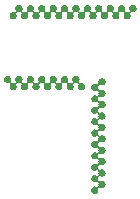
<source format=gbr>
G04 #@! TF.GenerationSoftware,KiCad,Pcbnew,(5.1.0)-1*
G04 #@! TF.CreationDate,2019-09-18T15:22:59-07:00*
G04 #@! TF.ProjectId,FlexPC,466c6578-5043-42e6-9b69-6361645f7063,rev?*
G04 #@! TF.SameCoordinates,Original*
G04 #@! TF.FileFunction,Soldermask,Top*
G04 #@! TF.FilePolarity,Negative*
%FSLAX46Y46*%
G04 Gerber Fmt 4.6, Leading zero omitted, Abs format (unit mm)*
G04 Created by KiCad (PCBNEW (5.1.0)-1) date 2019-09-18 15:22:59*
%MOMM*%
%LPD*%
G04 APERTURE LIST*
%ADD10C,0.100000*%
G04 APERTURE END LIST*
D10*
G36*
X35367804Y-28100380D02*
G01*
X35423310Y-28123371D01*
X35423312Y-28123372D01*
X35448459Y-28140175D01*
X35473265Y-28156750D01*
X35515750Y-28199235D01*
X35549129Y-28249190D01*
X35572120Y-28304696D01*
X35583840Y-28363618D01*
X35583840Y-28423702D01*
X35572120Y-28482624D01*
X35555005Y-28523944D01*
X35549128Y-28538132D01*
X35545951Y-28542886D01*
X35515844Y-28587945D01*
X35515749Y-28588086D01*
X35473266Y-28630569D01*
X35423312Y-28663948D01*
X35423311Y-28663949D01*
X35423310Y-28663949D01*
X35367804Y-28686940D01*
X35308882Y-28698660D01*
X35248798Y-28698660D01*
X35189878Y-28686941D01*
X35136405Y-28664792D01*
X35112956Y-28657680D01*
X35088570Y-28655278D01*
X35064184Y-28657680D01*
X35040735Y-28664794D01*
X35019124Y-28676345D01*
X35000182Y-28691890D01*
X34984637Y-28710832D01*
X34973086Y-28732443D01*
X34965974Y-28755892D01*
X34963572Y-28780278D01*
X34965974Y-28804663D01*
X34974240Y-28846218D01*
X34974240Y-28906300D01*
X34965974Y-28947857D01*
X34963572Y-28972244D01*
X34965974Y-28996630D01*
X34973087Y-29020079D01*
X34984638Y-29041689D01*
X35000184Y-29060631D01*
X35019126Y-29076176D01*
X35040737Y-29087727D01*
X35064185Y-29094840D01*
X35088572Y-29097242D01*
X35112958Y-29094840D01*
X35136406Y-29087727D01*
X35189876Y-29065579D01*
X35248798Y-29053859D01*
X35308882Y-29053859D01*
X35367804Y-29065579D01*
X35423310Y-29088570D01*
X35423312Y-29088571D01*
X35432694Y-29094840D01*
X35473265Y-29121949D01*
X35515750Y-29164434D01*
X35549129Y-29214389D01*
X35572120Y-29269895D01*
X35583840Y-29328817D01*
X35583840Y-29388901D01*
X35572120Y-29447823D01*
X35549129Y-29503329D01*
X35519162Y-29548178D01*
X35515749Y-29553285D01*
X35473266Y-29595768D01*
X35423312Y-29629147D01*
X35423311Y-29629148D01*
X35423310Y-29629148D01*
X35367804Y-29652139D01*
X35308882Y-29663859D01*
X35248798Y-29663859D01*
X35189878Y-29652140D01*
X35136405Y-29629991D01*
X35112956Y-29622879D01*
X35088570Y-29620477D01*
X35064184Y-29622879D01*
X35040735Y-29629993D01*
X35019124Y-29641544D01*
X35000182Y-29657089D01*
X34984637Y-29676031D01*
X34973086Y-29697642D01*
X34965974Y-29721091D01*
X34963572Y-29745477D01*
X34965974Y-29769862D01*
X34974240Y-29811417D01*
X34974240Y-29871499D01*
X34965974Y-29913056D01*
X34963572Y-29937443D01*
X34965974Y-29961829D01*
X34973087Y-29985278D01*
X34984638Y-30006888D01*
X35000184Y-30025830D01*
X35019126Y-30041375D01*
X35040737Y-30052926D01*
X35064185Y-30060039D01*
X35088572Y-30062441D01*
X35112958Y-30060039D01*
X35136406Y-30052926D01*
X35189876Y-30030778D01*
X35248798Y-30019058D01*
X35308882Y-30019058D01*
X35367804Y-30030778D01*
X35423310Y-30053769D01*
X35423312Y-30053770D01*
X35432694Y-30060039D01*
X35473265Y-30087148D01*
X35515750Y-30129633D01*
X35549129Y-30179588D01*
X35572120Y-30235094D01*
X35583840Y-30294016D01*
X35583840Y-30354100D01*
X35572120Y-30413022D01*
X35549129Y-30468528D01*
X35519162Y-30513377D01*
X35515749Y-30518484D01*
X35473266Y-30560967D01*
X35423312Y-30594346D01*
X35423311Y-30594347D01*
X35423310Y-30594347D01*
X35367804Y-30617338D01*
X35308882Y-30629058D01*
X35248798Y-30629058D01*
X35189878Y-30617339D01*
X35136405Y-30595190D01*
X35112956Y-30588078D01*
X35088570Y-30585676D01*
X35064184Y-30588078D01*
X35040735Y-30595192D01*
X35019124Y-30606743D01*
X35000182Y-30622288D01*
X34984637Y-30641230D01*
X34973086Y-30662841D01*
X34965974Y-30686290D01*
X34963572Y-30710676D01*
X34965974Y-30735061D01*
X34974240Y-30776616D01*
X34974240Y-30836698D01*
X34965974Y-30878255D01*
X34963572Y-30902642D01*
X34965974Y-30927028D01*
X34973087Y-30950477D01*
X34984638Y-30972087D01*
X35000184Y-30991029D01*
X35019126Y-31006574D01*
X35040737Y-31018125D01*
X35064185Y-31025238D01*
X35088572Y-31027640D01*
X35112958Y-31025238D01*
X35136406Y-31018125D01*
X35189876Y-30995977D01*
X35248798Y-30984257D01*
X35308882Y-30984257D01*
X35367804Y-30995977D01*
X35423310Y-31018968D01*
X35423312Y-31018969D01*
X35432694Y-31025238D01*
X35473265Y-31052347D01*
X35515750Y-31094832D01*
X35549129Y-31144787D01*
X35572120Y-31200293D01*
X35583840Y-31259215D01*
X35583840Y-31319299D01*
X35572120Y-31378221D01*
X35549129Y-31433727D01*
X35519162Y-31478576D01*
X35515749Y-31483683D01*
X35473266Y-31526166D01*
X35423312Y-31559545D01*
X35423311Y-31559546D01*
X35423310Y-31559546D01*
X35367804Y-31582537D01*
X35308882Y-31594257D01*
X35248798Y-31594257D01*
X35189878Y-31582538D01*
X35136405Y-31560389D01*
X35112956Y-31553277D01*
X35088570Y-31550875D01*
X35064184Y-31553277D01*
X35040735Y-31560391D01*
X35019124Y-31571942D01*
X35000182Y-31587487D01*
X34984637Y-31606429D01*
X34973086Y-31628040D01*
X34965974Y-31651489D01*
X34963572Y-31675875D01*
X34965974Y-31700260D01*
X34974240Y-31741815D01*
X34974240Y-31801897D01*
X34965974Y-31843454D01*
X34963572Y-31867841D01*
X34965974Y-31892227D01*
X34973087Y-31915676D01*
X34984638Y-31937286D01*
X35000184Y-31956228D01*
X35019126Y-31971773D01*
X35040737Y-31983324D01*
X35064185Y-31990437D01*
X35088572Y-31992839D01*
X35112958Y-31990437D01*
X35136406Y-31983324D01*
X35189876Y-31961176D01*
X35248798Y-31949456D01*
X35308882Y-31949456D01*
X35367804Y-31961176D01*
X35423310Y-31984167D01*
X35423312Y-31984168D01*
X35432694Y-31990437D01*
X35473265Y-32017546D01*
X35515750Y-32060031D01*
X35549129Y-32109986D01*
X35572120Y-32165492D01*
X35583840Y-32224414D01*
X35583840Y-32284498D01*
X35572120Y-32343420D01*
X35549129Y-32398926D01*
X35519162Y-32443775D01*
X35515749Y-32448882D01*
X35473266Y-32491365D01*
X35423312Y-32524744D01*
X35423311Y-32524745D01*
X35423310Y-32524745D01*
X35367804Y-32547736D01*
X35308882Y-32559456D01*
X35248798Y-32559456D01*
X35189878Y-32547737D01*
X35136405Y-32525588D01*
X35112956Y-32518476D01*
X35088570Y-32516074D01*
X35064184Y-32518476D01*
X35040735Y-32525590D01*
X35019124Y-32537141D01*
X35000182Y-32552686D01*
X34984637Y-32571628D01*
X34973086Y-32593239D01*
X34965974Y-32616688D01*
X34963572Y-32641074D01*
X34965974Y-32665459D01*
X34974240Y-32707014D01*
X34974240Y-32767096D01*
X34965974Y-32808653D01*
X34963572Y-32833040D01*
X34965974Y-32857426D01*
X34973087Y-32880875D01*
X34984638Y-32902485D01*
X35000184Y-32921427D01*
X35019126Y-32936972D01*
X35040737Y-32948523D01*
X35064185Y-32955636D01*
X35088572Y-32958038D01*
X35112958Y-32955636D01*
X35136406Y-32948523D01*
X35189876Y-32926375D01*
X35248798Y-32914655D01*
X35308882Y-32914655D01*
X35367804Y-32926375D01*
X35423310Y-32949366D01*
X35423312Y-32949367D01*
X35432694Y-32955636D01*
X35473265Y-32982745D01*
X35515750Y-33025230D01*
X35549129Y-33075185D01*
X35572120Y-33130691D01*
X35583840Y-33189613D01*
X35583840Y-33249697D01*
X35572120Y-33308619D01*
X35549129Y-33364125D01*
X35519162Y-33408974D01*
X35515749Y-33414081D01*
X35473266Y-33456564D01*
X35423312Y-33489943D01*
X35423311Y-33489944D01*
X35423310Y-33489944D01*
X35367804Y-33512935D01*
X35308882Y-33524655D01*
X35248798Y-33524655D01*
X35189878Y-33512936D01*
X35136405Y-33490787D01*
X35112956Y-33483675D01*
X35088570Y-33481273D01*
X35064184Y-33483675D01*
X35040735Y-33490789D01*
X35019124Y-33502340D01*
X35000182Y-33517885D01*
X34984637Y-33536827D01*
X34973086Y-33558438D01*
X34965974Y-33581887D01*
X34963572Y-33606273D01*
X34965974Y-33630658D01*
X34974240Y-33672213D01*
X34974240Y-33732295D01*
X34965974Y-33773852D01*
X34963572Y-33798239D01*
X34965974Y-33822625D01*
X34973087Y-33846074D01*
X34984638Y-33867684D01*
X35000184Y-33886626D01*
X35019126Y-33902171D01*
X35040737Y-33913722D01*
X35064185Y-33920835D01*
X35088572Y-33923237D01*
X35112958Y-33920835D01*
X35136406Y-33913722D01*
X35189876Y-33891574D01*
X35248798Y-33879854D01*
X35308882Y-33879854D01*
X35367804Y-33891574D01*
X35423310Y-33914565D01*
X35423312Y-33914566D01*
X35432694Y-33920835D01*
X35473265Y-33947944D01*
X35515750Y-33990429D01*
X35549129Y-34040384D01*
X35572120Y-34095890D01*
X35583840Y-34154812D01*
X35583840Y-34214896D01*
X35572120Y-34273818D01*
X35549129Y-34329324D01*
X35519162Y-34374173D01*
X35515749Y-34379280D01*
X35473266Y-34421763D01*
X35423312Y-34455142D01*
X35423311Y-34455143D01*
X35423310Y-34455143D01*
X35367804Y-34478134D01*
X35308882Y-34489854D01*
X35248798Y-34489854D01*
X35189878Y-34478135D01*
X35136405Y-34455986D01*
X35112956Y-34448874D01*
X35088570Y-34446472D01*
X35064184Y-34448874D01*
X35040735Y-34455988D01*
X35019124Y-34467539D01*
X35000182Y-34483084D01*
X34984637Y-34502026D01*
X34973086Y-34523637D01*
X34965974Y-34547086D01*
X34963572Y-34571472D01*
X34965974Y-34595857D01*
X34974240Y-34637412D01*
X34974240Y-34697494D01*
X34965974Y-34739051D01*
X34963572Y-34763438D01*
X34965974Y-34787824D01*
X34973087Y-34811273D01*
X34984638Y-34832883D01*
X35000184Y-34851825D01*
X35019126Y-34867370D01*
X35040737Y-34878921D01*
X35064185Y-34886034D01*
X35088572Y-34888436D01*
X35112958Y-34886034D01*
X35136406Y-34878921D01*
X35189876Y-34856773D01*
X35248798Y-34845053D01*
X35308882Y-34845053D01*
X35367804Y-34856773D01*
X35423310Y-34879764D01*
X35423312Y-34879765D01*
X35432694Y-34886034D01*
X35473265Y-34913143D01*
X35515750Y-34955628D01*
X35549129Y-35005583D01*
X35572120Y-35061089D01*
X35583840Y-35120011D01*
X35583840Y-35180095D01*
X35572120Y-35239017D01*
X35549129Y-35294523D01*
X35519162Y-35339372D01*
X35515749Y-35344479D01*
X35473266Y-35386962D01*
X35423312Y-35420341D01*
X35423311Y-35420342D01*
X35423310Y-35420342D01*
X35367804Y-35443333D01*
X35308882Y-35455053D01*
X35248798Y-35455053D01*
X35189878Y-35443334D01*
X35136405Y-35421185D01*
X35112956Y-35414073D01*
X35088570Y-35411671D01*
X35064184Y-35414073D01*
X35040735Y-35421187D01*
X35019124Y-35432738D01*
X35000182Y-35448283D01*
X34984637Y-35467225D01*
X34973086Y-35488836D01*
X34965974Y-35512285D01*
X34963572Y-35536671D01*
X34965974Y-35561056D01*
X34974240Y-35602611D01*
X34974240Y-35662693D01*
X34965974Y-35704250D01*
X34963572Y-35728637D01*
X34965974Y-35753023D01*
X34973087Y-35776472D01*
X34984638Y-35798082D01*
X35000184Y-35817024D01*
X35019126Y-35832569D01*
X35040737Y-35844120D01*
X35064185Y-35851233D01*
X35088572Y-35853635D01*
X35112958Y-35851233D01*
X35136406Y-35844120D01*
X35189876Y-35821972D01*
X35248798Y-35810252D01*
X35308882Y-35810252D01*
X35367804Y-35821972D01*
X35423310Y-35844963D01*
X35423312Y-35844964D01*
X35432694Y-35851233D01*
X35473265Y-35878342D01*
X35515750Y-35920827D01*
X35549129Y-35970782D01*
X35572120Y-36026288D01*
X35583840Y-36085210D01*
X35583840Y-36145294D01*
X35572120Y-36204216D01*
X35549129Y-36259722D01*
X35519162Y-36304571D01*
X35515749Y-36309678D01*
X35473266Y-36352161D01*
X35423312Y-36385540D01*
X35423311Y-36385541D01*
X35423310Y-36385541D01*
X35367804Y-36408532D01*
X35308882Y-36420252D01*
X35248798Y-36420252D01*
X35189878Y-36408533D01*
X35136405Y-36386384D01*
X35112956Y-36379272D01*
X35088570Y-36376870D01*
X35064184Y-36379272D01*
X35040735Y-36386386D01*
X35019124Y-36397937D01*
X35000182Y-36413482D01*
X34984637Y-36432424D01*
X34973086Y-36454035D01*
X34965974Y-36477484D01*
X34963572Y-36501870D01*
X34965974Y-36526255D01*
X34974240Y-36567810D01*
X34974240Y-36627892D01*
X34965974Y-36669449D01*
X34963572Y-36693836D01*
X34965974Y-36718222D01*
X34973087Y-36741671D01*
X34984638Y-36763281D01*
X35000184Y-36782223D01*
X35019126Y-36797768D01*
X35040737Y-36809319D01*
X35064185Y-36816432D01*
X35088572Y-36818834D01*
X35112958Y-36816432D01*
X35136406Y-36809319D01*
X35189876Y-36787171D01*
X35248798Y-36775451D01*
X35308882Y-36775451D01*
X35367804Y-36787171D01*
X35423310Y-36810162D01*
X35423312Y-36810163D01*
X35432694Y-36816432D01*
X35473265Y-36843541D01*
X35515750Y-36886026D01*
X35549129Y-36935981D01*
X35572120Y-36991487D01*
X35583840Y-37050409D01*
X35583840Y-37110493D01*
X35572120Y-37169415D01*
X35549129Y-37224921D01*
X35519162Y-37269770D01*
X35515749Y-37274877D01*
X35473266Y-37317360D01*
X35423312Y-37350739D01*
X35423311Y-37350740D01*
X35423310Y-37350740D01*
X35367804Y-37373731D01*
X35308882Y-37385451D01*
X35248798Y-37385451D01*
X35189878Y-37373732D01*
X35136405Y-37351583D01*
X35112956Y-37344471D01*
X35088570Y-37342069D01*
X35064184Y-37344471D01*
X35040735Y-37351585D01*
X35019124Y-37363136D01*
X35000182Y-37378681D01*
X34984637Y-37397623D01*
X34973086Y-37419234D01*
X34965974Y-37442683D01*
X34963572Y-37467069D01*
X34965974Y-37491454D01*
X34974240Y-37533009D01*
X34974240Y-37593092D01*
X34962520Y-37652014D01*
X34939529Y-37707520D01*
X34939528Y-37707522D01*
X34906149Y-37757476D01*
X34863666Y-37799959D01*
X34813712Y-37833338D01*
X34813711Y-37833339D01*
X34813710Y-37833339D01*
X34758204Y-37856330D01*
X34699282Y-37868050D01*
X34639198Y-37868050D01*
X34580276Y-37856330D01*
X34524770Y-37833339D01*
X34524769Y-37833339D01*
X34524768Y-37833338D01*
X34474814Y-37799959D01*
X34432331Y-37757476D01*
X34398952Y-37707522D01*
X34398951Y-37707520D01*
X34375960Y-37652014D01*
X34364240Y-37593092D01*
X34364240Y-37533008D01*
X34375960Y-37474086D01*
X34398951Y-37418580D01*
X34432330Y-37368625D01*
X34474815Y-37326140D01*
X34515388Y-37299030D01*
X34524768Y-37292762D01*
X34524770Y-37292761D01*
X34580276Y-37269770D01*
X34639198Y-37258050D01*
X34699282Y-37258050D01*
X34758202Y-37269769D01*
X34811675Y-37291918D01*
X34835124Y-37299030D01*
X34859510Y-37301432D01*
X34883896Y-37299030D01*
X34907345Y-37291916D01*
X34928956Y-37280365D01*
X34947898Y-37264820D01*
X34963443Y-37245878D01*
X34974994Y-37224267D01*
X34982106Y-37200818D01*
X34984508Y-37176432D01*
X34982106Y-37152047D01*
X34973840Y-37110492D01*
X34973840Y-37050410D01*
X34982106Y-37008853D01*
X34984508Y-36984466D01*
X34982106Y-36960080D01*
X34974993Y-36936631D01*
X34963442Y-36915021D01*
X34947896Y-36896079D01*
X34928954Y-36880534D01*
X34907343Y-36868983D01*
X34883895Y-36861870D01*
X34859508Y-36859468D01*
X34835122Y-36861870D01*
X34811674Y-36868983D01*
X34758204Y-36891131D01*
X34699282Y-36902851D01*
X34639198Y-36902851D01*
X34580276Y-36891131D01*
X34524770Y-36868140D01*
X34524769Y-36868140D01*
X34524768Y-36868139D01*
X34474814Y-36834760D01*
X34432331Y-36792277D01*
X34398952Y-36742323D01*
X34388969Y-36718222D01*
X34375960Y-36686815D01*
X34364240Y-36627893D01*
X34364240Y-36567809D01*
X34375960Y-36508887D01*
X34398951Y-36453381D01*
X34432330Y-36403426D01*
X34474815Y-36360941D01*
X34515388Y-36333831D01*
X34524768Y-36327563D01*
X34524770Y-36327562D01*
X34580276Y-36304571D01*
X34639198Y-36292851D01*
X34699282Y-36292851D01*
X34758202Y-36304570D01*
X34811675Y-36326719D01*
X34835124Y-36333831D01*
X34859510Y-36336233D01*
X34883896Y-36333831D01*
X34907345Y-36326717D01*
X34928956Y-36315166D01*
X34947898Y-36299621D01*
X34963443Y-36280679D01*
X34974994Y-36259068D01*
X34982106Y-36235619D01*
X34984508Y-36211233D01*
X34982106Y-36186848D01*
X34973840Y-36145293D01*
X34973840Y-36085211D01*
X34982106Y-36043654D01*
X34984508Y-36019267D01*
X34982106Y-35994881D01*
X34974993Y-35971432D01*
X34963442Y-35949822D01*
X34947896Y-35930880D01*
X34928954Y-35915335D01*
X34907343Y-35903784D01*
X34883895Y-35896671D01*
X34859508Y-35894269D01*
X34835122Y-35896671D01*
X34811674Y-35903784D01*
X34758204Y-35925932D01*
X34699282Y-35937652D01*
X34639198Y-35937652D01*
X34580276Y-35925932D01*
X34524770Y-35902941D01*
X34524769Y-35902941D01*
X34524768Y-35902940D01*
X34474814Y-35869561D01*
X34432331Y-35827078D01*
X34398952Y-35777124D01*
X34388969Y-35753023D01*
X34375960Y-35721616D01*
X34364240Y-35662694D01*
X34364240Y-35602610D01*
X34375960Y-35543688D01*
X34398951Y-35488182D01*
X34432330Y-35438227D01*
X34474815Y-35395742D01*
X34515388Y-35368632D01*
X34524768Y-35362364D01*
X34524770Y-35362363D01*
X34580276Y-35339372D01*
X34639198Y-35327652D01*
X34699282Y-35327652D01*
X34758202Y-35339371D01*
X34811675Y-35361520D01*
X34835124Y-35368632D01*
X34859510Y-35371034D01*
X34883896Y-35368632D01*
X34907345Y-35361518D01*
X34928956Y-35349967D01*
X34947898Y-35334422D01*
X34963443Y-35315480D01*
X34974994Y-35293869D01*
X34982106Y-35270420D01*
X34984508Y-35246034D01*
X34982106Y-35221649D01*
X34973840Y-35180094D01*
X34973840Y-35120012D01*
X34982106Y-35078455D01*
X34984508Y-35054068D01*
X34982106Y-35029682D01*
X34974993Y-35006233D01*
X34963442Y-34984623D01*
X34947896Y-34965681D01*
X34928954Y-34950136D01*
X34907343Y-34938585D01*
X34883895Y-34931472D01*
X34859508Y-34929070D01*
X34835122Y-34931472D01*
X34811674Y-34938585D01*
X34758204Y-34960733D01*
X34699282Y-34972453D01*
X34639198Y-34972453D01*
X34580276Y-34960733D01*
X34524770Y-34937742D01*
X34524769Y-34937742D01*
X34524768Y-34937741D01*
X34474814Y-34904362D01*
X34432331Y-34861879D01*
X34398952Y-34811925D01*
X34388969Y-34787824D01*
X34375960Y-34756417D01*
X34364240Y-34697495D01*
X34364240Y-34637411D01*
X34375960Y-34578489D01*
X34398951Y-34522983D01*
X34432330Y-34473028D01*
X34474815Y-34430543D01*
X34515388Y-34403433D01*
X34524768Y-34397165D01*
X34524770Y-34397164D01*
X34580276Y-34374173D01*
X34639198Y-34362453D01*
X34699282Y-34362453D01*
X34758202Y-34374172D01*
X34811675Y-34396321D01*
X34835124Y-34403433D01*
X34859510Y-34405835D01*
X34883896Y-34403433D01*
X34907345Y-34396319D01*
X34928956Y-34384768D01*
X34947898Y-34369223D01*
X34963443Y-34350281D01*
X34974994Y-34328670D01*
X34982106Y-34305221D01*
X34984508Y-34280835D01*
X34982106Y-34256450D01*
X34973840Y-34214895D01*
X34973840Y-34154813D01*
X34982106Y-34113256D01*
X34984508Y-34088869D01*
X34982106Y-34064483D01*
X34974993Y-34041034D01*
X34963442Y-34019424D01*
X34947896Y-34000482D01*
X34928954Y-33984937D01*
X34907343Y-33973386D01*
X34883895Y-33966273D01*
X34859508Y-33963871D01*
X34835122Y-33966273D01*
X34811674Y-33973386D01*
X34758204Y-33995534D01*
X34699282Y-34007254D01*
X34639198Y-34007254D01*
X34580276Y-33995534D01*
X34524770Y-33972543D01*
X34524769Y-33972543D01*
X34524768Y-33972542D01*
X34474814Y-33939163D01*
X34432331Y-33896680D01*
X34398952Y-33846726D01*
X34388969Y-33822625D01*
X34375960Y-33791218D01*
X34364240Y-33732296D01*
X34364240Y-33672212D01*
X34375960Y-33613290D01*
X34398951Y-33557784D01*
X34432330Y-33507829D01*
X34474815Y-33465344D01*
X34515388Y-33438234D01*
X34524768Y-33431966D01*
X34524770Y-33431965D01*
X34580276Y-33408974D01*
X34639198Y-33397254D01*
X34699282Y-33397254D01*
X34758202Y-33408973D01*
X34811675Y-33431122D01*
X34835124Y-33438234D01*
X34859510Y-33440636D01*
X34883896Y-33438234D01*
X34907345Y-33431120D01*
X34928956Y-33419569D01*
X34947898Y-33404024D01*
X34963443Y-33385082D01*
X34974994Y-33363471D01*
X34982106Y-33340022D01*
X34984508Y-33315636D01*
X34982106Y-33291251D01*
X34973840Y-33249696D01*
X34973840Y-33189614D01*
X34982106Y-33148057D01*
X34984508Y-33123670D01*
X34982106Y-33099284D01*
X34974993Y-33075835D01*
X34963442Y-33054225D01*
X34947896Y-33035283D01*
X34928954Y-33019738D01*
X34907343Y-33008187D01*
X34883895Y-33001074D01*
X34859508Y-32998672D01*
X34835122Y-33001074D01*
X34811674Y-33008187D01*
X34758204Y-33030335D01*
X34699282Y-33042055D01*
X34639198Y-33042055D01*
X34580276Y-33030335D01*
X34524770Y-33007344D01*
X34524769Y-33007344D01*
X34524768Y-33007343D01*
X34474814Y-32973964D01*
X34432331Y-32931481D01*
X34398952Y-32881527D01*
X34388969Y-32857426D01*
X34375960Y-32826019D01*
X34364240Y-32767097D01*
X34364240Y-32707013D01*
X34375960Y-32648091D01*
X34398951Y-32592585D01*
X34432330Y-32542630D01*
X34474815Y-32500145D01*
X34515388Y-32473035D01*
X34524768Y-32466767D01*
X34524770Y-32466766D01*
X34580276Y-32443775D01*
X34639198Y-32432055D01*
X34699282Y-32432055D01*
X34758202Y-32443774D01*
X34811675Y-32465923D01*
X34835124Y-32473035D01*
X34859510Y-32475437D01*
X34883896Y-32473035D01*
X34907345Y-32465921D01*
X34928956Y-32454370D01*
X34947898Y-32438825D01*
X34963443Y-32419883D01*
X34974994Y-32398272D01*
X34982106Y-32374823D01*
X34984508Y-32350437D01*
X34982106Y-32326052D01*
X34973840Y-32284497D01*
X34973840Y-32224415D01*
X34982106Y-32182858D01*
X34984508Y-32158471D01*
X34982106Y-32134085D01*
X34974993Y-32110636D01*
X34963442Y-32089026D01*
X34947896Y-32070084D01*
X34928954Y-32054539D01*
X34907343Y-32042988D01*
X34883895Y-32035875D01*
X34859508Y-32033473D01*
X34835122Y-32035875D01*
X34811674Y-32042988D01*
X34758204Y-32065136D01*
X34699282Y-32076856D01*
X34639198Y-32076856D01*
X34580276Y-32065136D01*
X34524770Y-32042145D01*
X34524769Y-32042145D01*
X34524768Y-32042144D01*
X34474814Y-32008765D01*
X34432331Y-31966282D01*
X34398952Y-31916328D01*
X34388969Y-31892227D01*
X34375960Y-31860820D01*
X34364240Y-31801898D01*
X34364240Y-31741814D01*
X34375960Y-31682892D01*
X34398951Y-31627386D01*
X34432330Y-31577431D01*
X34474815Y-31534946D01*
X34515388Y-31507836D01*
X34524768Y-31501568D01*
X34524770Y-31501567D01*
X34580276Y-31478576D01*
X34639198Y-31466856D01*
X34699282Y-31466856D01*
X34758202Y-31478575D01*
X34811675Y-31500724D01*
X34835124Y-31507836D01*
X34859510Y-31510238D01*
X34883896Y-31507836D01*
X34907345Y-31500722D01*
X34928956Y-31489171D01*
X34947898Y-31473626D01*
X34963443Y-31454684D01*
X34974994Y-31433073D01*
X34982106Y-31409624D01*
X34984508Y-31385238D01*
X34982106Y-31360853D01*
X34973840Y-31319298D01*
X34973840Y-31259216D01*
X34982106Y-31217659D01*
X34984508Y-31193272D01*
X34982106Y-31168886D01*
X34974993Y-31145437D01*
X34963442Y-31123827D01*
X34947896Y-31104885D01*
X34928954Y-31089340D01*
X34907343Y-31077789D01*
X34883895Y-31070676D01*
X34859508Y-31068274D01*
X34835122Y-31070676D01*
X34811674Y-31077789D01*
X34758204Y-31099937D01*
X34699282Y-31111657D01*
X34639198Y-31111657D01*
X34580276Y-31099937D01*
X34524770Y-31076946D01*
X34524769Y-31076946D01*
X34524768Y-31076945D01*
X34474814Y-31043566D01*
X34432331Y-31001083D01*
X34398952Y-30951129D01*
X34388969Y-30927028D01*
X34375960Y-30895621D01*
X34364240Y-30836699D01*
X34364240Y-30776615D01*
X34375960Y-30717693D01*
X34398951Y-30662187D01*
X34432330Y-30612232D01*
X34474815Y-30569747D01*
X34515388Y-30542637D01*
X34524768Y-30536369D01*
X34524770Y-30536368D01*
X34580276Y-30513377D01*
X34639198Y-30501657D01*
X34699282Y-30501657D01*
X34758202Y-30513376D01*
X34811675Y-30535525D01*
X34835124Y-30542637D01*
X34859510Y-30545039D01*
X34883896Y-30542637D01*
X34907345Y-30535523D01*
X34928956Y-30523972D01*
X34947898Y-30508427D01*
X34963443Y-30489485D01*
X34974994Y-30467874D01*
X34982106Y-30444425D01*
X34984508Y-30420039D01*
X34982106Y-30395654D01*
X34973840Y-30354099D01*
X34973840Y-30294017D01*
X34982106Y-30252460D01*
X34984508Y-30228073D01*
X34982106Y-30203687D01*
X34974993Y-30180238D01*
X34963442Y-30158628D01*
X34947896Y-30139686D01*
X34928954Y-30124141D01*
X34907343Y-30112590D01*
X34883895Y-30105477D01*
X34859508Y-30103075D01*
X34835122Y-30105477D01*
X34811674Y-30112590D01*
X34758204Y-30134738D01*
X34699282Y-30146458D01*
X34639198Y-30146458D01*
X34580276Y-30134738D01*
X34524770Y-30111747D01*
X34524769Y-30111747D01*
X34524768Y-30111746D01*
X34474814Y-30078367D01*
X34432331Y-30035884D01*
X34398952Y-29985930D01*
X34388969Y-29961829D01*
X34375960Y-29930422D01*
X34364240Y-29871500D01*
X34364240Y-29811416D01*
X34375960Y-29752494D01*
X34398951Y-29696988D01*
X34432330Y-29647033D01*
X34474815Y-29604548D01*
X34515388Y-29577438D01*
X34524768Y-29571170D01*
X34524770Y-29571169D01*
X34580276Y-29548178D01*
X34639198Y-29536458D01*
X34699282Y-29536458D01*
X34758202Y-29548177D01*
X34811675Y-29570326D01*
X34835124Y-29577438D01*
X34859510Y-29579840D01*
X34883896Y-29577438D01*
X34907345Y-29570324D01*
X34928956Y-29558773D01*
X34947898Y-29543228D01*
X34963443Y-29524286D01*
X34974994Y-29502675D01*
X34982106Y-29479226D01*
X34984508Y-29454840D01*
X34982106Y-29430455D01*
X34973840Y-29388900D01*
X34973840Y-29328818D01*
X34982106Y-29287261D01*
X34984508Y-29262874D01*
X34982106Y-29238488D01*
X34974993Y-29215039D01*
X34963442Y-29193429D01*
X34947896Y-29174487D01*
X34928954Y-29158942D01*
X34907343Y-29147391D01*
X34883895Y-29140278D01*
X34859508Y-29137876D01*
X34835122Y-29140278D01*
X34811674Y-29147391D01*
X34758204Y-29169539D01*
X34699282Y-29181259D01*
X34639198Y-29181259D01*
X34580276Y-29169539D01*
X34524770Y-29146548D01*
X34524769Y-29146548D01*
X34524768Y-29146547D01*
X34474814Y-29113168D01*
X34432331Y-29070685D01*
X34398952Y-29020731D01*
X34388969Y-28996630D01*
X34375960Y-28965223D01*
X34364240Y-28906301D01*
X34364240Y-28846217D01*
X34375960Y-28787295D01*
X34398951Y-28731789D01*
X34432330Y-28681834D01*
X34474815Y-28639349D01*
X34511793Y-28614641D01*
X34524768Y-28605971D01*
X34524770Y-28605970D01*
X34580276Y-28582979D01*
X34639198Y-28571259D01*
X34699282Y-28571259D01*
X34758202Y-28582978D01*
X34811675Y-28605127D01*
X34835124Y-28612239D01*
X34859510Y-28614641D01*
X34883896Y-28612239D01*
X34907345Y-28605125D01*
X34928956Y-28593574D01*
X34947898Y-28578029D01*
X34963443Y-28559087D01*
X34974994Y-28537476D01*
X34982106Y-28514027D01*
X34984508Y-28489641D01*
X34982106Y-28465256D01*
X34973840Y-28423701D01*
X34973840Y-28363618D01*
X34985560Y-28304696D01*
X35008551Y-28249190D01*
X35041930Y-28199235D01*
X35084415Y-28156750D01*
X35109221Y-28140175D01*
X35134368Y-28123372D01*
X35134370Y-28123371D01*
X35189876Y-28100380D01*
X35248798Y-28088660D01*
X35308882Y-28088660D01*
X35367804Y-28100380D01*
X35367804Y-28100380D01*
G37*
G36*
X27369344Y-27899720D02*
G01*
X27424850Y-27922711D01*
X27424852Y-27922712D01*
X27449999Y-27939515D01*
X27474805Y-27956090D01*
X27517290Y-27998575D01*
X27550669Y-28048530D01*
X27573660Y-28104036D01*
X27585380Y-28162958D01*
X27585380Y-28223042D01*
X27573661Y-28281962D01*
X27551512Y-28335435D01*
X27544400Y-28358884D01*
X27541998Y-28383270D01*
X27544400Y-28407656D01*
X27551514Y-28431105D01*
X27563065Y-28452716D01*
X27578610Y-28471658D01*
X27597552Y-28487203D01*
X27619163Y-28498754D01*
X27642612Y-28505866D01*
X27666998Y-28508268D01*
X27691383Y-28505866D01*
X27732938Y-28497600D01*
X27793020Y-28497600D01*
X27834577Y-28505866D01*
X27858964Y-28508268D01*
X27883350Y-28505866D01*
X27906799Y-28498753D01*
X27928409Y-28487202D01*
X27947351Y-28471656D01*
X27962896Y-28452714D01*
X27974447Y-28431103D01*
X27981560Y-28407655D01*
X27983962Y-28383268D01*
X27981560Y-28358882D01*
X27974447Y-28335434D01*
X27952299Y-28281964D01*
X27940579Y-28223042D01*
X27940579Y-28162958D01*
X27952299Y-28104036D01*
X27975290Y-28048530D01*
X28008669Y-27998575D01*
X28051154Y-27956090D01*
X28075960Y-27939515D01*
X28101107Y-27922712D01*
X28101109Y-27922711D01*
X28156615Y-27899720D01*
X28215537Y-27888000D01*
X28275621Y-27888000D01*
X28334543Y-27899720D01*
X28390049Y-27922711D01*
X28390051Y-27922712D01*
X28415198Y-27939515D01*
X28440004Y-27956090D01*
X28482489Y-27998575D01*
X28515868Y-28048530D01*
X28538859Y-28104036D01*
X28550579Y-28162958D01*
X28550579Y-28223042D01*
X28538860Y-28281962D01*
X28516711Y-28335435D01*
X28509599Y-28358884D01*
X28507197Y-28383270D01*
X28509599Y-28407656D01*
X28516713Y-28431105D01*
X28528264Y-28452716D01*
X28543809Y-28471658D01*
X28562751Y-28487203D01*
X28584362Y-28498754D01*
X28607811Y-28505866D01*
X28632197Y-28508268D01*
X28656582Y-28505866D01*
X28698137Y-28497600D01*
X28758219Y-28497600D01*
X28799776Y-28505866D01*
X28824163Y-28508268D01*
X28848549Y-28505866D01*
X28871998Y-28498753D01*
X28893608Y-28487202D01*
X28912550Y-28471656D01*
X28928095Y-28452714D01*
X28939646Y-28431103D01*
X28946759Y-28407655D01*
X28949161Y-28383268D01*
X28946759Y-28358882D01*
X28939646Y-28335434D01*
X28917498Y-28281964D01*
X28905778Y-28223042D01*
X28905778Y-28162958D01*
X28917498Y-28104036D01*
X28940489Y-28048530D01*
X28973868Y-27998575D01*
X29016353Y-27956090D01*
X29041159Y-27939515D01*
X29066306Y-27922712D01*
X29066308Y-27922711D01*
X29121814Y-27899720D01*
X29180736Y-27888000D01*
X29240820Y-27888000D01*
X29299742Y-27899720D01*
X29355248Y-27922711D01*
X29355250Y-27922712D01*
X29380397Y-27939515D01*
X29405203Y-27956090D01*
X29447688Y-27998575D01*
X29481067Y-28048530D01*
X29504058Y-28104036D01*
X29515778Y-28162958D01*
X29515778Y-28223042D01*
X29504059Y-28281962D01*
X29481910Y-28335435D01*
X29474798Y-28358884D01*
X29472396Y-28383270D01*
X29474798Y-28407656D01*
X29481912Y-28431105D01*
X29493463Y-28452716D01*
X29509008Y-28471658D01*
X29527950Y-28487203D01*
X29549561Y-28498754D01*
X29573010Y-28505866D01*
X29597396Y-28508268D01*
X29621781Y-28505866D01*
X29663336Y-28497600D01*
X29723418Y-28497600D01*
X29764975Y-28505866D01*
X29789362Y-28508268D01*
X29813748Y-28505866D01*
X29837197Y-28498753D01*
X29858807Y-28487202D01*
X29877749Y-28471656D01*
X29893294Y-28452714D01*
X29904845Y-28431103D01*
X29911958Y-28407655D01*
X29914360Y-28383268D01*
X29911958Y-28358882D01*
X29904845Y-28335434D01*
X29882697Y-28281964D01*
X29870977Y-28223042D01*
X29870977Y-28162958D01*
X29882697Y-28104036D01*
X29905688Y-28048530D01*
X29939067Y-27998575D01*
X29981552Y-27956090D01*
X30006358Y-27939515D01*
X30031505Y-27922712D01*
X30031507Y-27922711D01*
X30087013Y-27899720D01*
X30145935Y-27888000D01*
X30206019Y-27888000D01*
X30264941Y-27899720D01*
X30320447Y-27922711D01*
X30320449Y-27922712D01*
X30345596Y-27939515D01*
X30370402Y-27956090D01*
X30412887Y-27998575D01*
X30446266Y-28048530D01*
X30469257Y-28104036D01*
X30480977Y-28162958D01*
X30480977Y-28223042D01*
X30469258Y-28281962D01*
X30447109Y-28335435D01*
X30439997Y-28358884D01*
X30437595Y-28383270D01*
X30439997Y-28407656D01*
X30447111Y-28431105D01*
X30458662Y-28452716D01*
X30474207Y-28471658D01*
X30493149Y-28487203D01*
X30514760Y-28498754D01*
X30538209Y-28505866D01*
X30562595Y-28508268D01*
X30586980Y-28505866D01*
X30628535Y-28497600D01*
X30688617Y-28497600D01*
X30730174Y-28505866D01*
X30754561Y-28508268D01*
X30778947Y-28505866D01*
X30802396Y-28498753D01*
X30824006Y-28487202D01*
X30842948Y-28471656D01*
X30858493Y-28452714D01*
X30870044Y-28431103D01*
X30877157Y-28407655D01*
X30879559Y-28383268D01*
X30877157Y-28358882D01*
X30870044Y-28335434D01*
X30847896Y-28281964D01*
X30836176Y-28223042D01*
X30836176Y-28162958D01*
X30847896Y-28104036D01*
X30870887Y-28048530D01*
X30904266Y-27998575D01*
X30946751Y-27956090D01*
X30971557Y-27939515D01*
X30996704Y-27922712D01*
X30996706Y-27922711D01*
X31052212Y-27899720D01*
X31111134Y-27888000D01*
X31171218Y-27888000D01*
X31230140Y-27899720D01*
X31285646Y-27922711D01*
X31285648Y-27922712D01*
X31310795Y-27939515D01*
X31335601Y-27956090D01*
X31378086Y-27998575D01*
X31411465Y-28048530D01*
X31434456Y-28104036D01*
X31446176Y-28162958D01*
X31446176Y-28223042D01*
X31434457Y-28281962D01*
X31412308Y-28335435D01*
X31405196Y-28358884D01*
X31402794Y-28383270D01*
X31405196Y-28407656D01*
X31412310Y-28431105D01*
X31423861Y-28452716D01*
X31439406Y-28471658D01*
X31458348Y-28487203D01*
X31479959Y-28498754D01*
X31503408Y-28505866D01*
X31527794Y-28508268D01*
X31552179Y-28505866D01*
X31593734Y-28497600D01*
X31653816Y-28497600D01*
X31695373Y-28505866D01*
X31719760Y-28508268D01*
X31744146Y-28505866D01*
X31767595Y-28498753D01*
X31789205Y-28487202D01*
X31808147Y-28471656D01*
X31823692Y-28452714D01*
X31835243Y-28431103D01*
X31842356Y-28407655D01*
X31844758Y-28383268D01*
X31842356Y-28358882D01*
X31835243Y-28335434D01*
X31813095Y-28281964D01*
X31801375Y-28223042D01*
X31801375Y-28162958D01*
X31813095Y-28104036D01*
X31836086Y-28048530D01*
X31869465Y-27998575D01*
X31911950Y-27956090D01*
X31936756Y-27939515D01*
X31961903Y-27922712D01*
X31961905Y-27922711D01*
X32017411Y-27899720D01*
X32076333Y-27888000D01*
X32136417Y-27888000D01*
X32195339Y-27899720D01*
X32250845Y-27922711D01*
X32250847Y-27922712D01*
X32275994Y-27939515D01*
X32300800Y-27956090D01*
X32343285Y-27998575D01*
X32376664Y-28048530D01*
X32399655Y-28104036D01*
X32411375Y-28162958D01*
X32411375Y-28223042D01*
X32399656Y-28281962D01*
X32377507Y-28335435D01*
X32370395Y-28358884D01*
X32367993Y-28383270D01*
X32370395Y-28407656D01*
X32377509Y-28431105D01*
X32389060Y-28452716D01*
X32404605Y-28471658D01*
X32423547Y-28487203D01*
X32445158Y-28498754D01*
X32468607Y-28505866D01*
X32492993Y-28508268D01*
X32517378Y-28505866D01*
X32558933Y-28497600D01*
X32619015Y-28497600D01*
X32660572Y-28505866D01*
X32684959Y-28508268D01*
X32709345Y-28505866D01*
X32732794Y-28498753D01*
X32754404Y-28487202D01*
X32773346Y-28471656D01*
X32788891Y-28452714D01*
X32800442Y-28431103D01*
X32807555Y-28407655D01*
X32809957Y-28383268D01*
X32807555Y-28358882D01*
X32800442Y-28335434D01*
X32778294Y-28281964D01*
X32766574Y-28223042D01*
X32766574Y-28162958D01*
X32778294Y-28104036D01*
X32801285Y-28048530D01*
X32834664Y-27998575D01*
X32877149Y-27956090D01*
X32901955Y-27939515D01*
X32927102Y-27922712D01*
X32927104Y-27922711D01*
X32982610Y-27899720D01*
X33041532Y-27888000D01*
X33101616Y-27888000D01*
X33160538Y-27899720D01*
X33216044Y-27922711D01*
X33216046Y-27922712D01*
X33241193Y-27939515D01*
X33265999Y-27956090D01*
X33308484Y-27998575D01*
X33341863Y-28048530D01*
X33364854Y-28104036D01*
X33376574Y-28162958D01*
X33376574Y-28223042D01*
X33364855Y-28281962D01*
X33342706Y-28335435D01*
X33335594Y-28358884D01*
X33333192Y-28383270D01*
X33335594Y-28407656D01*
X33342708Y-28431105D01*
X33354259Y-28452716D01*
X33369804Y-28471658D01*
X33388746Y-28487203D01*
X33410357Y-28498754D01*
X33433806Y-28505866D01*
X33458192Y-28508268D01*
X33482577Y-28505866D01*
X33524132Y-28497600D01*
X33584215Y-28497600D01*
X33643137Y-28509320D01*
X33698643Y-28532311D01*
X33698645Y-28532312D01*
X33706373Y-28537476D01*
X33748598Y-28565690D01*
X33791083Y-28608175D01*
X33795403Y-28614641D01*
X33824162Y-28657680D01*
X33824462Y-28658130D01*
X33847453Y-28713636D01*
X33859173Y-28772558D01*
X33859173Y-28832642D01*
X33847453Y-28891564D01*
X33824462Y-28947070D01*
X33791083Y-28997025D01*
X33748598Y-29039510D01*
X33727123Y-29053859D01*
X33698645Y-29072888D01*
X33698644Y-29072889D01*
X33698643Y-29072889D01*
X33643137Y-29095880D01*
X33584215Y-29107600D01*
X33524131Y-29107600D01*
X33465209Y-29095880D01*
X33409703Y-29072889D01*
X33409702Y-29072889D01*
X33409701Y-29072888D01*
X33381223Y-29053859D01*
X33359748Y-29039510D01*
X33317263Y-28997025D01*
X33283884Y-28947070D01*
X33260893Y-28891564D01*
X33249173Y-28832642D01*
X33249173Y-28772558D01*
X33260892Y-28713638D01*
X33283041Y-28660165D01*
X33290153Y-28636716D01*
X33292555Y-28612330D01*
X33290153Y-28587944D01*
X33283039Y-28564495D01*
X33271488Y-28542884D01*
X33255943Y-28523942D01*
X33237001Y-28508397D01*
X33215390Y-28496846D01*
X33191941Y-28489734D01*
X33167555Y-28487332D01*
X33143170Y-28489734D01*
X33101615Y-28498000D01*
X33041533Y-28498000D01*
X32999976Y-28489734D01*
X32975589Y-28487332D01*
X32951203Y-28489734D01*
X32927754Y-28496847D01*
X32906144Y-28508398D01*
X32887202Y-28523944D01*
X32871657Y-28542886D01*
X32860106Y-28564497D01*
X32852993Y-28587945D01*
X32850591Y-28612332D01*
X32852993Y-28636718D01*
X32860106Y-28660166D01*
X32882254Y-28713636D01*
X32893974Y-28772558D01*
X32893974Y-28832642D01*
X32882254Y-28891564D01*
X32859263Y-28947070D01*
X32825884Y-28997025D01*
X32783399Y-29039510D01*
X32761924Y-29053859D01*
X32733446Y-29072888D01*
X32733445Y-29072889D01*
X32733444Y-29072889D01*
X32677938Y-29095880D01*
X32619016Y-29107600D01*
X32558932Y-29107600D01*
X32500010Y-29095880D01*
X32444504Y-29072889D01*
X32444503Y-29072889D01*
X32444502Y-29072888D01*
X32416024Y-29053859D01*
X32394549Y-29039510D01*
X32352064Y-28997025D01*
X32318685Y-28947070D01*
X32295694Y-28891564D01*
X32283974Y-28832642D01*
X32283974Y-28772558D01*
X32295693Y-28713638D01*
X32317842Y-28660165D01*
X32324954Y-28636716D01*
X32327356Y-28612330D01*
X32324954Y-28587944D01*
X32317840Y-28564495D01*
X32306289Y-28542884D01*
X32290744Y-28523942D01*
X32271802Y-28508397D01*
X32250191Y-28496846D01*
X32226742Y-28489734D01*
X32202356Y-28487332D01*
X32177971Y-28489734D01*
X32136416Y-28498000D01*
X32076334Y-28498000D01*
X32034777Y-28489734D01*
X32010390Y-28487332D01*
X31986004Y-28489734D01*
X31962555Y-28496847D01*
X31940945Y-28508398D01*
X31922003Y-28523944D01*
X31906458Y-28542886D01*
X31894907Y-28564497D01*
X31887794Y-28587945D01*
X31885392Y-28612332D01*
X31887794Y-28636718D01*
X31894907Y-28660166D01*
X31917055Y-28713636D01*
X31928775Y-28772558D01*
X31928775Y-28832642D01*
X31917055Y-28891564D01*
X31894064Y-28947070D01*
X31860685Y-28997025D01*
X31818200Y-29039510D01*
X31796725Y-29053859D01*
X31768247Y-29072888D01*
X31768246Y-29072889D01*
X31768245Y-29072889D01*
X31712739Y-29095880D01*
X31653817Y-29107600D01*
X31593733Y-29107600D01*
X31534811Y-29095880D01*
X31479305Y-29072889D01*
X31479304Y-29072889D01*
X31479303Y-29072888D01*
X31450825Y-29053859D01*
X31429350Y-29039510D01*
X31386865Y-28997025D01*
X31353486Y-28947070D01*
X31330495Y-28891564D01*
X31318775Y-28832642D01*
X31318775Y-28772558D01*
X31330494Y-28713638D01*
X31352643Y-28660165D01*
X31359755Y-28636716D01*
X31362157Y-28612330D01*
X31359755Y-28587944D01*
X31352641Y-28564495D01*
X31341090Y-28542884D01*
X31325545Y-28523942D01*
X31306603Y-28508397D01*
X31284992Y-28496846D01*
X31261543Y-28489734D01*
X31237157Y-28487332D01*
X31212772Y-28489734D01*
X31171217Y-28498000D01*
X31111135Y-28498000D01*
X31069578Y-28489734D01*
X31045191Y-28487332D01*
X31020805Y-28489734D01*
X30997356Y-28496847D01*
X30975746Y-28508398D01*
X30956804Y-28523944D01*
X30941259Y-28542886D01*
X30929708Y-28564497D01*
X30922595Y-28587945D01*
X30920193Y-28612332D01*
X30922595Y-28636718D01*
X30929708Y-28660166D01*
X30951856Y-28713636D01*
X30963576Y-28772558D01*
X30963576Y-28832642D01*
X30951856Y-28891564D01*
X30928865Y-28947070D01*
X30895486Y-28997025D01*
X30853001Y-29039510D01*
X30831526Y-29053859D01*
X30803048Y-29072888D01*
X30803047Y-29072889D01*
X30803046Y-29072889D01*
X30747540Y-29095880D01*
X30688618Y-29107600D01*
X30628534Y-29107600D01*
X30569612Y-29095880D01*
X30514106Y-29072889D01*
X30514105Y-29072889D01*
X30514104Y-29072888D01*
X30485626Y-29053859D01*
X30464151Y-29039510D01*
X30421666Y-28997025D01*
X30388287Y-28947070D01*
X30365296Y-28891564D01*
X30353576Y-28832642D01*
X30353576Y-28772558D01*
X30365295Y-28713638D01*
X30387444Y-28660165D01*
X30394556Y-28636716D01*
X30396958Y-28612330D01*
X30394556Y-28587944D01*
X30387442Y-28564495D01*
X30375891Y-28542884D01*
X30360346Y-28523942D01*
X30341404Y-28508397D01*
X30319793Y-28496846D01*
X30296344Y-28489734D01*
X30271958Y-28487332D01*
X30247573Y-28489734D01*
X30206018Y-28498000D01*
X30145936Y-28498000D01*
X30104379Y-28489734D01*
X30079992Y-28487332D01*
X30055606Y-28489734D01*
X30032157Y-28496847D01*
X30010547Y-28508398D01*
X29991605Y-28523944D01*
X29976060Y-28542886D01*
X29964509Y-28564497D01*
X29957396Y-28587945D01*
X29954994Y-28612332D01*
X29957396Y-28636718D01*
X29964509Y-28660166D01*
X29986657Y-28713636D01*
X29998377Y-28772558D01*
X29998377Y-28832642D01*
X29986657Y-28891564D01*
X29963666Y-28947070D01*
X29930287Y-28997025D01*
X29887802Y-29039510D01*
X29866327Y-29053859D01*
X29837849Y-29072888D01*
X29837848Y-29072889D01*
X29837847Y-29072889D01*
X29782341Y-29095880D01*
X29723419Y-29107600D01*
X29663335Y-29107600D01*
X29604413Y-29095880D01*
X29548907Y-29072889D01*
X29548906Y-29072889D01*
X29548905Y-29072888D01*
X29520427Y-29053859D01*
X29498952Y-29039510D01*
X29456467Y-28997025D01*
X29423088Y-28947070D01*
X29400097Y-28891564D01*
X29388377Y-28832642D01*
X29388377Y-28772558D01*
X29400096Y-28713638D01*
X29422245Y-28660165D01*
X29429357Y-28636716D01*
X29431759Y-28612330D01*
X29429357Y-28587944D01*
X29422243Y-28564495D01*
X29410692Y-28542884D01*
X29395147Y-28523942D01*
X29376205Y-28508397D01*
X29354594Y-28496846D01*
X29331145Y-28489734D01*
X29306759Y-28487332D01*
X29282374Y-28489734D01*
X29240819Y-28498000D01*
X29180737Y-28498000D01*
X29139180Y-28489734D01*
X29114793Y-28487332D01*
X29090407Y-28489734D01*
X29066958Y-28496847D01*
X29045348Y-28508398D01*
X29026406Y-28523944D01*
X29010861Y-28542886D01*
X28999310Y-28564497D01*
X28992197Y-28587945D01*
X28989795Y-28612332D01*
X28992197Y-28636718D01*
X28999310Y-28660166D01*
X29021458Y-28713636D01*
X29033178Y-28772558D01*
X29033178Y-28832642D01*
X29021458Y-28891564D01*
X28998467Y-28947070D01*
X28965088Y-28997025D01*
X28922603Y-29039510D01*
X28901128Y-29053859D01*
X28872650Y-29072888D01*
X28872649Y-29072889D01*
X28872648Y-29072889D01*
X28817142Y-29095880D01*
X28758220Y-29107600D01*
X28698136Y-29107600D01*
X28639214Y-29095880D01*
X28583708Y-29072889D01*
X28583707Y-29072889D01*
X28583706Y-29072888D01*
X28555228Y-29053859D01*
X28533753Y-29039510D01*
X28491268Y-28997025D01*
X28457889Y-28947070D01*
X28434898Y-28891564D01*
X28423178Y-28832642D01*
X28423178Y-28772558D01*
X28434897Y-28713638D01*
X28457046Y-28660165D01*
X28464158Y-28636716D01*
X28466560Y-28612330D01*
X28464158Y-28587944D01*
X28457044Y-28564495D01*
X28445493Y-28542884D01*
X28429948Y-28523942D01*
X28411006Y-28508397D01*
X28389395Y-28496846D01*
X28365946Y-28489734D01*
X28341560Y-28487332D01*
X28317175Y-28489734D01*
X28275620Y-28498000D01*
X28215538Y-28498000D01*
X28173981Y-28489734D01*
X28149594Y-28487332D01*
X28125208Y-28489734D01*
X28101759Y-28496847D01*
X28080149Y-28508398D01*
X28061207Y-28523944D01*
X28045662Y-28542886D01*
X28034111Y-28564497D01*
X28026998Y-28587945D01*
X28024596Y-28612332D01*
X28026998Y-28636718D01*
X28034111Y-28660166D01*
X28056259Y-28713636D01*
X28067979Y-28772558D01*
X28067979Y-28832642D01*
X28056259Y-28891564D01*
X28033268Y-28947070D01*
X27999889Y-28997025D01*
X27957404Y-29039510D01*
X27935929Y-29053859D01*
X27907451Y-29072888D01*
X27907450Y-29072889D01*
X27907449Y-29072889D01*
X27851943Y-29095880D01*
X27793021Y-29107600D01*
X27732937Y-29107600D01*
X27674015Y-29095880D01*
X27618509Y-29072889D01*
X27618508Y-29072889D01*
X27618507Y-29072888D01*
X27590029Y-29053859D01*
X27568554Y-29039510D01*
X27526069Y-28997025D01*
X27492690Y-28947070D01*
X27469699Y-28891564D01*
X27457979Y-28832642D01*
X27457979Y-28772558D01*
X27469698Y-28713638D01*
X27491847Y-28660165D01*
X27498959Y-28636716D01*
X27501361Y-28612330D01*
X27498959Y-28587944D01*
X27491845Y-28564495D01*
X27480294Y-28542884D01*
X27464749Y-28523942D01*
X27445807Y-28508397D01*
X27424196Y-28496846D01*
X27400747Y-28489734D01*
X27376361Y-28487332D01*
X27351976Y-28489734D01*
X27310421Y-28498000D01*
X27250338Y-28498000D01*
X27191416Y-28486280D01*
X27135910Y-28463289D01*
X27135909Y-28463289D01*
X27135908Y-28463288D01*
X27110761Y-28446485D01*
X27085955Y-28429910D01*
X27043470Y-28387425D01*
X27010091Y-28337470D01*
X26987100Y-28281964D01*
X26975380Y-28223042D01*
X26975380Y-28162958D01*
X26987100Y-28104036D01*
X27010091Y-28048530D01*
X27043470Y-27998575D01*
X27085955Y-27956090D01*
X27110761Y-27939515D01*
X27135908Y-27922712D01*
X27135910Y-27922711D01*
X27191416Y-27899720D01*
X27250338Y-27888000D01*
X27310422Y-27888000D01*
X27369344Y-27899720D01*
X27369344Y-27899720D01*
G37*
G36*
X28333763Y-21899720D02*
G01*
X28389269Y-21922711D01*
X28389271Y-21922712D01*
X28414418Y-21939515D01*
X28439224Y-21956090D01*
X28481709Y-21998575D01*
X28515088Y-22048530D01*
X28538079Y-22104036D01*
X28549799Y-22162958D01*
X28549799Y-22223042D01*
X28538079Y-22281964D01*
X28515931Y-22335435D01*
X28508818Y-22358884D01*
X28506416Y-22383270D01*
X28508818Y-22407657D01*
X28515931Y-22431105D01*
X28527482Y-22452716D01*
X28543028Y-22471658D01*
X28561970Y-22487203D01*
X28583580Y-22498754D01*
X28607029Y-22505867D01*
X28631415Y-22508269D01*
X28655801Y-22505867D01*
X28697362Y-22497600D01*
X28757444Y-22497600D01*
X28798999Y-22505866D01*
X28823385Y-22508268D01*
X28847771Y-22505866D01*
X28871220Y-22498753D01*
X28892830Y-22487202D01*
X28911772Y-22471657D01*
X28927318Y-22452715D01*
X28938869Y-22431104D01*
X28945982Y-22407655D01*
X28948384Y-22383269D01*
X28945982Y-22358883D01*
X28938870Y-22335435D01*
X28916721Y-22281962D01*
X28905002Y-22223042D01*
X28905002Y-22162958D01*
X28916722Y-22104036D01*
X28939713Y-22048530D01*
X28973092Y-21998575D01*
X29015577Y-21956090D01*
X29040383Y-21939515D01*
X29065530Y-21922712D01*
X29065532Y-21922711D01*
X29121038Y-21899720D01*
X29179960Y-21888000D01*
X29240044Y-21888000D01*
X29298966Y-21899720D01*
X29354472Y-21922711D01*
X29354474Y-21922712D01*
X29379621Y-21939515D01*
X29404427Y-21956090D01*
X29446912Y-21998575D01*
X29480291Y-22048530D01*
X29503282Y-22104036D01*
X29515002Y-22162958D01*
X29515002Y-22223042D01*
X29503282Y-22281964D01*
X29481134Y-22335434D01*
X29474021Y-22358883D01*
X29471619Y-22383269D01*
X29474021Y-22407655D01*
X29481134Y-22431104D01*
X29492685Y-22452715D01*
X29508230Y-22471656D01*
X29527172Y-22487202D01*
X29548783Y-22498753D01*
X29572232Y-22505866D01*
X29596618Y-22508268D01*
X29621004Y-22505866D01*
X29662561Y-22497600D01*
X29722643Y-22497600D01*
X29764198Y-22505866D01*
X29788584Y-22508268D01*
X29812970Y-22505866D01*
X29836419Y-22498753D01*
X29858029Y-22487202D01*
X29876971Y-22471657D01*
X29892517Y-22452715D01*
X29904068Y-22431104D01*
X29911181Y-22407655D01*
X29913583Y-22383269D01*
X29911181Y-22358883D01*
X29904069Y-22335435D01*
X29881920Y-22281962D01*
X29870201Y-22223042D01*
X29870201Y-22162958D01*
X29881921Y-22104036D01*
X29904912Y-22048530D01*
X29938291Y-21998575D01*
X29980776Y-21956090D01*
X30005582Y-21939515D01*
X30030729Y-21922712D01*
X30030731Y-21922711D01*
X30086237Y-21899720D01*
X30145159Y-21888000D01*
X30205243Y-21888000D01*
X30264165Y-21899720D01*
X30319671Y-21922711D01*
X30319673Y-21922712D01*
X30344820Y-21939515D01*
X30369626Y-21956090D01*
X30412111Y-21998575D01*
X30445490Y-22048530D01*
X30468481Y-22104036D01*
X30480201Y-22162958D01*
X30480201Y-22223042D01*
X30468481Y-22281964D01*
X30446333Y-22335434D01*
X30439220Y-22358883D01*
X30436818Y-22383269D01*
X30439220Y-22407655D01*
X30446333Y-22431104D01*
X30457884Y-22452715D01*
X30473429Y-22471656D01*
X30492371Y-22487202D01*
X30513982Y-22498753D01*
X30537431Y-22505866D01*
X30561817Y-22508268D01*
X30586203Y-22505866D01*
X30627760Y-22497600D01*
X30687842Y-22497600D01*
X30729397Y-22505866D01*
X30753783Y-22508268D01*
X30778169Y-22505866D01*
X30801618Y-22498753D01*
X30823228Y-22487202D01*
X30842170Y-22471657D01*
X30857716Y-22452715D01*
X30869267Y-22431104D01*
X30876380Y-22407655D01*
X30878782Y-22383269D01*
X30876380Y-22358883D01*
X30869268Y-22335435D01*
X30847119Y-22281962D01*
X30835400Y-22223042D01*
X30835400Y-22162958D01*
X30847120Y-22104036D01*
X30870111Y-22048530D01*
X30903490Y-21998575D01*
X30945975Y-21956090D01*
X30970781Y-21939515D01*
X30995928Y-21922712D01*
X30995930Y-21922711D01*
X31051436Y-21899720D01*
X31110358Y-21888000D01*
X31170442Y-21888000D01*
X31229364Y-21899720D01*
X31284870Y-21922711D01*
X31284872Y-21922712D01*
X31310019Y-21939515D01*
X31334825Y-21956090D01*
X31377310Y-21998575D01*
X31410689Y-22048530D01*
X31433680Y-22104036D01*
X31445400Y-22162958D01*
X31445400Y-22223042D01*
X31433680Y-22281964D01*
X31411532Y-22335434D01*
X31404419Y-22358883D01*
X31402017Y-22383269D01*
X31404419Y-22407655D01*
X31411532Y-22431104D01*
X31423083Y-22452715D01*
X31438628Y-22471656D01*
X31457570Y-22487202D01*
X31479181Y-22498753D01*
X31502630Y-22505866D01*
X31527016Y-22508268D01*
X31551402Y-22505866D01*
X31592959Y-22497600D01*
X31653041Y-22497600D01*
X31694596Y-22505866D01*
X31718982Y-22508268D01*
X31743368Y-22505866D01*
X31766817Y-22498753D01*
X31788427Y-22487202D01*
X31807369Y-22471657D01*
X31822915Y-22452715D01*
X31834466Y-22431104D01*
X31841579Y-22407655D01*
X31843981Y-22383269D01*
X31841579Y-22358883D01*
X31834467Y-22335435D01*
X31812318Y-22281962D01*
X31800599Y-22223042D01*
X31800599Y-22162958D01*
X31812319Y-22104036D01*
X31835310Y-22048530D01*
X31868689Y-21998575D01*
X31911174Y-21956090D01*
X31935980Y-21939515D01*
X31961127Y-21922712D01*
X31961129Y-21922711D01*
X32016635Y-21899720D01*
X32075557Y-21888000D01*
X32135641Y-21888000D01*
X32194563Y-21899720D01*
X32250069Y-21922711D01*
X32250071Y-21922712D01*
X32275218Y-21939515D01*
X32300024Y-21956090D01*
X32342509Y-21998575D01*
X32375888Y-22048530D01*
X32398879Y-22104036D01*
X32410599Y-22162958D01*
X32410599Y-22223042D01*
X32398879Y-22281964D01*
X32376731Y-22335434D01*
X32369618Y-22358883D01*
X32367216Y-22383269D01*
X32369618Y-22407655D01*
X32376731Y-22431104D01*
X32388282Y-22452715D01*
X32403827Y-22471656D01*
X32422769Y-22487202D01*
X32444380Y-22498753D01*
X32467829Y-22505866D01*
X32492215Y-22508268D01*
X32516601Y-22505866D01*
X32558158Y-22497600D01*
X32618240Y-22497600D01*
X32659795Y-22505866D01*
X32684181Y-22508268D01*
X32708567Y-22505866D01*
X32732016Y-22498753D01*
X32753626Y-22487202D01*
X32772568Y-22471657D01*
X32788114Y-22452715D01*
X32799665Y-22431104D01*
X32806778Y-22407655D01*
X32809180Y-22383269D01*
X32806778Y-22358883D01*
X32799666Y-22335435D01*
X32777517Y-22281962D01*
X32765798Y-22223042D01*
X32765798Y-22162958D01*
X32777518Y-22104036D01*
X32800509Y-22048530D01*
X32833888Y-21998575D01*
X32876373Y-21956090D01*
X32901179Y-21939515D01*
X32926326Y-21922712D01*
X32926328Y-21922711D01*
X32981834Y-21899720D01*
X33040756Y-21888000D01*
X33100840Y-21888000D01*
X33159762Y-21899720D01*
X33215268Y-21922711D01*
X33215270Y-21922712D01*
X33240417Y-21939515D01*
X33265223Y-21956090D01*
X33307708Y-21998575D01*
X33341087Y-22048530D01*
X33364078Y-22104036D01*
X33375798Y-22162958D01*
X33375798Y-22223042D01*
X33364078Y-22281964D01*
X33341930Y-22335434D01*
X33334817Y-22358883D01*
X33332415Y-22383269D01*
X33334817Y-22407655D01*
X33341930Y-22431104D01*
X33353481Y-22452715D01*
X33369026Y-22471656D01*
X33387968Y-22487202D01*
X33409579Y-22498753D01*
X33433028Y-22505866D01*
X33457414Y-22508268D01*
X33481800Y-22505866D01*
X33523357Y-22497600D01*
X33583439Y-22497600D01*
X33624994Y-22505866D01*
X33649380Y-22508268D01*
X33673766Y-22505866D01*
X33697215Y-22498753D01*
X33718825Y-22487202D01*
X33737767Y-22471657D01*
X33753313Y-22452715D01*
X33764864Y-22431104D01*
X33771977Y-22407655D01*
X33774379Y-22383269D01*
X33771977Y-22358883D01*
X33764865Y-22335435D01*
X33742716Y-22281962D01*
X33730997Y-22223042D01*
X33730997Y-22162958D01*
X33742717Y-22104036D01*
X33765708Y-22048530D01*
X33799087Y-21998575D01*
X33841572Y-21956090D01*
X33866378Y-21939515D01*
X33891525Y-21922712D01*
X33891527Y-21922711D01*
X33947033Y-21899720D01*
X34005955Y-21888000D01*
X34066039Y-21888000D01*
X34124961Y-21899720D01*
X34180467Y-21922711D01*
X34180469Y-21922712D01*
X34205616Y-21939515D01*
X34230422Y-21956090D01*
X34272907Y-21998575D01*
X34306286Y-22048530D01*
X34329277Y-22104036D01*
X34340997Y-22162958D01*
X34340997Y-22223042D01*
X34329277Y-22281964D01*
X34307129Y-22335434D01*
X34300016Y-22358883D01*
X34297614Y-22383269D01*
X34300016Y-22407655D01*
X34307129Y-22431104D01*
X34318680Y-22452715D01*
X34334225Y-22471656D01*
X34353167Y-22487202D01*
X34374778Y-22498753D01*
X34398227Y-22505866D01*
X34422613Y-22508268D01*
X34446999Y-22505866D01*
X34488556Y-22497600D01*
X34548638Y-22497600D01*
X34590193Y-22505866D01*
X34614579Y-22508268D01*
X34638965Y-22505866D01*
X34662414Y-22498753D01*
X34684024Y-22487202D01*
X34702966Y-22471657D01*
X34718512Y-22452715D01*
X34730063Y-22431104D01*
X34737176Y-22407655D01*
X34739578Y-22383269D01*
X34737176Y-22358883D01*
X34730064Y-22335435D01*
X34707915Y-22281962D01*
X34696196Y-22223042D01*
X34696196Y-22162958D01*
X34707916Y-22104036D01*
X34730907Y-22048530D01*
X34764286Y-21998575D01*
X34806771Y-21956090D01*
X34831577Y-21939515D01*
X34856724Y-21922712D01*
X34856726Y-21922711D01*
X34912232Y-21899720D01*
X34971154Y-21888000D01*
X35031238Y-21888000D01*
X35090160Y-21899720D01*
X35145666Y-21922711D01*
X35145668Y-21922712D01*
X35170815Y-21939515D01*
X35195621Y-21956090D01*
X35238106Y-21998575D01*
X35271485Y-22048530D01*
X35294476Y-22104036D01*
X35306196Y-22162958D01*
X35306196Y-22223042D01*
X35294476Y-22281964D01*
X35272328Y-22335434D01*
X35265215Y-22358883D01*
X35262813Y-22383269D01*
X35265215Y-22407655D01*
X35272328Y-22431104D01*
X35283879Y-22452715D01*
X35299424Y-22471656D01*
X35318366Y-22487202D01*
X35339977Y-22498753D01*
X35363426Y-22505866D01*
X35387812Y-22508268D01*
X35412198Y-22505866D01*
X35453755Y-22497600D01*
X35513837Y-22497600D01*
X35555392Y-22505866D01*
X35579778Y-22508268D01*
X35604164Y-22505866D01*
X35627613Y-22498753D01*
X35649223Y-22487202D01*
X35668165Y-22471657D01*
X35683711Y-22452715D01*
X35695262Y-22431104D01*
X35702375Y-22407655D01*
X35704777Y-22383269D01*
X35702375Y-22358883D01*
X35695263Y-22335435D01*
X35673114Y-22281962D01*
X35661395Y-22223042D01*
X35661395Y-22162958D01*
X35673115Y-22104036D01*
X35696106Y-22048530D01*
X35729485Y-21998575D01*
X35771970Y-21956090D01*
X35796776Y-21939515D01*
X35821923Y-21922712D01*
X35821925Y-21922711D01*
X35877431Y-21899720D01*
X35936353Y-21888000D01*
X35996437Y-21888000D01*
X36055359Y-21899720D01*
X36110865Y-21922711D01*
X36110867Y-21922712D01*
X36136014Y-21939515D01*
X36160820Y-21956090D01*
X36203305Y-21998575D01*
X36236684Y-22048530D01*
X36259675Y-22104036D01*
X36271395Y-22162958D01*
X36271395Y-22223042D01*
X36259675Y-22281964D01*
X36237527Y-22335434D01*
X36230414Y-22358883D01*
X36228012Y-22383269D01*
X36230414Y-22407655D01*
X36237527Y-22431104D01*
X36249078Y-22452715D01*
X36264623Y-22471656D01*
X36283565Y-22487202D01*
X36305176Y-22498753D01*
X36328625Y-22505866D01*
X36353011Y-22508268D01*
X36377397Y-22505866D01*
X36418954Y-22497600D01*
X36479036Y-22497600D01*
X36520591Y-22505866D01*
X36544977Y-22508268D01*
X36569363Y-22505866D01*
X36592812Y-22498753D01*
X36614422Y-22487202D01*
X36633364Y-22471657D01*
X36648910Y-22452715D01*
X36660461Y-22431104D01*
X36667574Y-22407655D01*
X36669976Y-22383269D01*
X36667574Y-22358883D01*
X36660462Y-22335435D01*
X36638313Y-22281962D01*
X36626594Y-22223042D01*
X36626594Y-22162958D01*
X36638314Y-22104036D01*
X36661305Y-22048530D01*
X36694684Y-21998575D01*
X36737169Y-21956090D01*
X36761975Y-21939515D01*
X36787122Y-21922712D01*
X36787124Y-21922711D01*
X36842630Y-21899720D01*
X36901552Y-21888000D01*
X36961636Y-21888000D01*
X37020558Y-21899720D01*
X37076064Y-21922711D01*
X37076066Y-21922712D01*
X37101213Y-21939515D01*
X37126019Y-21956090D01*
X37168504Y-21998575D01*
X37201883Y-22048530D01*
X37224874Y-22104036D01*
X37236594Y-22162958D01*
X37236594Y-22223042D01*
X37224874Y-22281964D01*
X37202726Y-22335434D01*
X37195613Y-22358883D01*
X37193211Y-22383269D01*
X37195613Y-22407655D01*
X37202726Y-22431104D01*
X37214277Y-22452715D01*
X37229822Y-22471656D01*
X37248764Y-22487202D01*
X37270375Y-22498753D01*
X37293824Y-22505866D01*
X37318210Y-22508268D01*
X37342596Y-22505866D01*
X37384153Y-22497600D01*
X37444235Y-22497600D01*
X37485790Y-22505866D01*
X37510176Y-22508268D01*
X37534562Y-22505866D01*
X37558011Y-22498753D01*
X37579621Y-22487202D01*
X37598563Y-22471657D01*
X37614109Y-22452715D01*
X37625660Y-22431104D01*
X37632773Y-22407655D01*
X37635175Y-22383269D01*
X37632773Y-22358883D01*
X37625661Y-22335435D01*
X37603512Y-22281962D01*
X37591793Y-22223042D01*
X37591793Y-22162958D01*
X37603513Y-22104036D01*
X37626504Y-22048530D01*
X37659883Y-21998575D01*
X37702368Y-21956090D01*
X37727174Y-21939515D01*
X37752321Y-21922712D01*
X37752323Y-21922711D01*
X37807829Y-21899720D01*
X37866751Y-21888000D01*
X37926835Y-21888000D01*
X37985757Y-21899720D01*
X38041263Y-21922711D01*
X38041265Y-21922712D01*
X38066412Y-21939515D01*
X38091218Y-21956090D01*
X38133703Y-21998575D01*
X38167082Y-22048530D01*
X38190073Y-22104036D01*
X38201793Y-22162958D01*
X38201793Y-22223042D01*
X38190073Y-22281964D01*
X38167082Y-22337470D01*
X38133703Y-22387425D01*
X38091218Y-22429910D01*
X38066412Y-22446485D01*
X38041265Y-22463288D01*
X38041264Y-22463289D01*
X38041263Y-22463289D01*
X37985757Y-22486280D01*
X37926835Y-22498000D01*
X37866752Y-22498000D01*
X37825197Y-22489734D01*
X37800811Y-22487332D01*
X37776425Y-22489734D01*
X37752976Y-22496847D01*
X37731366Y-22508398D01*
X37712424Y-22523943D01*
X37696878Y-22542885D01*
X37685327Y-22564496D01*
X37678214Y-22587945D01*
X37675812Y-22612331D01*
X37678214Y-22636717D01*
X37685326Y-22660165D01*
X37707475Y-22713638D01*
X37719194Y-22772558D01*
X37719194Y-22832642D01*
X37707474Y-22891564D01*
X37684483Y-22947070D01*
X37684482Y-22947072D01*
X37651103Y-22997026D01*
X37608620Y-23039509D01*
X37558666Y-23072888D01*
X37558665Y-23072889D01*
X37558664Y-23072889D01*
X37503158Y-23095880D01*
X37444236Y-23107600D01*
X37384152Y-23107600D01*
X37325230Y-23095880D01*
X37269724Y-23072889D01*
X37269723Y-23072889D01*
X37269722Y-23072888D01*
X37219768Y-23039509D01*
X37177285Y-22997026D01*
X37143906Y-22947072D01*
X37143905Y-22947070D01*
X37120914Y-22891564D01*
X37109194Y-22832642D01*
X37109194Y-22772558D01*
X37120914Y-22713636D01*
X37143062Y-22660166D01*
X37150175Y-22636717D01*
X37152577Y-22612331D01*
X37150175Y-22587945D01*
X37143062Y-22564496D01*
X37131511Y-22542885D01*
X37115966Y-22523944D01*
X37097024Y-22508398D01*
X37075413Y-22496847D01*
X37051964Y-22489734D01*
X37027578Y-22487332D01*
X37003192Y-22489734D01*
X36961635Y-22498000D01*
X36901553Y-22498000D01*
X36859998Y-22489734D01*
X36835612Y-22487332D01*
X36811226Y-22489734D01*
X36787777Y-22496847D01*
X36766167Y-22508398D01*
X36747225Y-22523943D01*
X36731679Y-22542885D01*
X36720128Y-22564496D01*
X36713015Y-22587945D01*
X36710613Y-22612331D01*
X36713015Y-22636717D01*
X36720127Y-22660165D01*
X36742276Y-22713638D01*
X36753995Y-22772558D01*
X36753995Y-22832642D01*
X36742275Y-22891564D01*
X36719284Y-22947070D01*
X36719283Y-22947072D01*
X36685904Y-22997026D01*
X36643421Y-23039509D01*
X36593467Y-23072888D01*
X36593466Y-23072889D01*
X36593465Y-23072889D01*
X36537959Y-23095880D01*
X36479037Y-23107600D01*
X36418953Y-23107600D01*
X36360031Y-23095880D01*
X36304525Y-23072889D01*
X36304524Y-23072889D01*
X36304523Y-23072888D01*
X36254569Y-23039509D01*
X36212086Y-22997026D01*
X36178707Y-22947072D01*
X36178706Y-22947070D01*
X36155715Y-22891564D01*
X36143995Y-22832642D01*
X36143995Y-22772558D01*
X36155715Y-22713636D01*
X36177863Y-22660166D01*
X36184976Y-22636717D01*
X36187378Y-22612331D01*
X36184976Y-22587945D01*
X36177863Y-22564496D01*
X36166312Y-22542885D01*
X36150767Y-22523944D01*
X36131825Y-22508398D01*
X36110214Y-22496847D01*
X36086765Y-22489734D01*
X36062379Y-22487332D01*
X36037993Y-22489734D01*
X35996436Y-22498000D01*
X35936354Y-22498000D01*
X35894799Y-22489734D01*
X35870413Y-22487332D01*
X35846027Y-22489734D01*
X35822578Y-22496847D01*
X35800968Y-22508398D01*
X35782026Y-22523943D01*
X35766480Y-22542885D01*
X35754929Y-22564496D01*
X35747816Y-22587945D01*
X35745414Y-22612331D01*
X35747816Y-22636717D01*
X35754928Y-22660165D01*
X35777077Y-22713638D01*
X35788796Y-22772558D01*
X35788796Y-22832642D01*
X35777076Y-22891564D01*
X35754085Y-22947070D01*
X35754084Y-22947072D01*
X35720705Y-22997026D01*
X35678222Y-23039509D01*
X35628268Y-23072888D01*
X35628267Y-23072889D01*
X35628266Y-23072889D01*
X35572760Y-23095880D01*
X35513838Y-23107600D01*
X35453754Y-23107600D01*
X35394832Y-23095880D01*
X35339326Y-23072889D01*
X35339325Y-23072889D01*
X35339324Y-23072888D01*
X35289370Y-23039509D01*
X35246887Y-22997026D01*
X35213508Y-22947072D01*
X35213507Y-22947070D01*
X35190516Y-22891564D01*
X35178796Y-22832642D01*
X35178796Y-22772558D01*
X35190516Y-22713636D01*
X35212664Y-22660166D01*
X35219777Y-22636717D01*
X35222179Y-22612331D01*
X35219777Y-22587945D01*
X35212664Y-22564496D01*
X35201113Y-22542885D01*
X35185568Y-22523944D01*
X35166626Y-22508398D01*
X35145015Y-22496847D01*
X35121566Y-22489734D01*
X35097180Y-22487332D01*
X35072794Y-22489734D01*
X35031237Y-22498000D01*
X34971155Y-22498000D01*
X34929600Y-22489734D01*
X34905214Y-22487332D01*
X34880828Y-22489734D01*
X34857379Y-22496847D01*
X34835769Y-22508398D01*
X34816827Y-22523943D01*
X34801281Y-22542885D01*
X34789730Y-22564496D01*
X34782617Y-22587945D01*
X34780215Y-22612331D01*
X34782617Y-22636717D01*
X34789729Y-22660165D01*
X34811878Y-22713638D01*
X34823597Y-22772558D01*
X34823597Y-22832642D01*
X34811877Y-22891564D01*
X34788886Y-22947070D01*
X34788885Y-22947072D01*
X34755506Y-22997026D01*
X34713023Y-23039509D01*
X34663069Y-23072888D01*
X34663068Y-23072889D01*
X34663067Y-23072889D01*
X34607561Y-23095880D01*
X34548639Y-23107600D01*
X34488555Y-23107600D01*
X34429633Y-23095880D01*
X34374127Y-23072889D01*
X34374126Y-23072889D01*
X34374125Y-23072888D01*
X34324171Y-23039509D01*
X34281688Y-22997026D01*
X34248309Y-22947072D01*
X34248308Y-22947070D01*
X34225317Y-22891564D01*
X34213597Y-22832642D01*
X34213597Y-22772558D01*
X34225317Y-22713636D01*
X34247465Y-22660166D01*
X34254578Y-22636717D01*
X34256980Y-22612331D01*
X34254578Y-22587945D01*
X34247465Y-22564496D01*
X34235914Y-22542885D01*
X34220369Y-22523944D01*
X34201427Y-22508398D01*
X34179816Y-22496847D01*
X34156367Y-22489734D01*
X34131981Y-22487332D01*
X34107595Y-22489734D01*
X34066038Y-22498000D01*
X34005956Y-22498000D01*
X33964401Y-22489734D01*
X33940015Y-22487332D01*
X33915629Y-22489734D01*
X33892180Y-22496847D01*
X33870570Y-22508398D01*
X33851628Y-22523943D01*
X33836082Y-22542885D01*
X33824531Y-22564496D01*
X33817418Y-22587945D01*
X33815016Y-22612331D01*
X33817418Y-22636717D01*
X33824530Y-22660165D01*
X33846679Y-22713638D01*
X33858398Y-22772558D01*
X33858398Y-22832642D01*
X33846678Y-22891564D01*
X33823687Y-22947070D01*
X33823686Y-22947072D01*
X33790307Y-22997026D01*
X33747824Y-23039509D01*
X33697870Y-23072888D01*
X33697869Y-23072889D01*
X33697868Y-23072889D01*
X33642362Y-23095880D01*
X33583440Y-23107600D01*
X33523356Y-23107600D01*
X33464434Y-23095880D01*
X33408928Y-23072889D01*
X33408927Y-23072889D01*
X33408926Y-23072888D01*
X33358972Y-23039509D01*
X33316489Y-22997026D01*
X33283110Y-22947072D01*
X33283109Y-22947070D01*
X33260118Y-22891564D01*
X33248398Y-22832642D01*
X33248398Y-22772558D01*
X33260118Y-22713636D01*
X33282266Y-22660166D01*
X33289379Y-22636717D01*
X33291781Y-22612331D01*
X33289379Y-22587945D01*
X33282266Y-22564496D01*
X33270715Y-22542885D01*
X33255170Y-22523944D01*
X33236228Y-22508398D01*
X33214617Y-22496847D01*
X33191168Y-22489734D01*
X33166782Y-22487332D01*
X33142396Y-22489734D01*
X33100839Y-22498000D01*
X33040757Y-22498000D01*
X32999202Y-22489734D01*
X32974816Y-22487332D01*
X32950430Y-22489734D01*
X32926981Y-22496847D01*
X32905371Y-22508398D01*
X32886429Y-22523943D01*
X32870883Y-22542885D01*
X32859332Y-22564496D01*
X32852219Y-22587945D01*
X32849817Y-22612331D01*
X32852219Y-22636717D01*
X32859331Y-22660165D01*
X32881480Y-22713638D01*
X32893199Y-22772558D01*
X32893199Y-22832642D01*
X32881479Y-22891564D01*
X32858488Y-22947070D01*
X32858487Y-22947072D01*
X32825108Y-22997026D01*
X32782625Y-23039509D01*
X32732671Y-23072888D01*
X32732670Y-23072889D01*
X32732669Y-23072889D01*
X32677163Y-23095880D01*
X32618241Y-23107600D01*
X32558157Y-23107600D01*
X32499235Y-23095880D01*
X32443729Y-23072889D01*
X32443728Y-23072889D01*
X32443727Y-23072888D01*
X32393773Y-23039509D01*
X32351290Y-22997026D01*
X32317911Y-22947072D01*
X32317910Y-22947070D01*
X32294919Y-22891564D01*
X32283199Y-22832642D01*
X32283199Y-22772558D01*
X32294919Y-22713636D01*
X32317067Y-22660166D01*
X32324180Y-22636717D01*
X32326582Y-22612331D01*
X32324180Y-22587945D01*
X32317067Y-22564496D01*
X32305516Y-22542885D01*
X32289971Y-22523944D01*
X32271029Y-22508398D01*
X32249418Y-22496847D01*
X32225969Y-22489734D01*
X32201583Y-22487332D01*
X32177197Y-22489734D01*
X32135640Y-22498000D01*
X32075558Y-22498000D01*
X32034003Y-22489734D01*
X32009617Y-22487332D01*
X31985231Y-22489734D01*
X31961782Y-22496847D01*
X31940172Y-22508398D01*
X31921230Y-22523943D01*
X31905684Y-22542885D01*
X31894133Y-22564496D01*
X31887020Y-22587945D01*
X31884618Y-22612331D01*
X31887020Y-22636717D01*
X31894132Y-22660165D01*
X31916281Y-22713638D01*
X31928000Y-22772558D01*
X31928000Y-22832642D01*
X31916280Y-22891564D01*
X31893289Y-22947070D01*
X31893288Y-22947072D01*
X31859909Y-22997026D01*
X31817426Y-23039509D01*
X31767472Y-23072888D01*
X31767471Y-23072889D01*
X31767470Y-23072889D01*
X31711964Y-23095880D01*
X31653042Y-23107600D01*
X31592958Y-23107600D01*
X31534036Y-23095880D01*
X31478530Y-23072889D01*
X31478529Y-23072889D01*
X31478528Y-23072888D01*
X31428574Y-23039509D01*
X31386091Y-22997026D01*
X31352712Y-22947072D01*
X31352711Y-22947070D01*
X31329720Y-22891564D01*
X31318000Y-22832642D01*
X31318000Y-22772558D01*
X31329720Y-22713636D01*
X31351868Y-22660166D01*
X31358981Y-22636717D01*
X31361383Y-22612331D01*
X31358981Y-22587945D01*
X31351868Y-22564496D01*
X31340317Y-22542885D01*
X31324772Y-22523944D01*
X31305830Y-22508398D01*
X31284219Y-22496847D01*
X31260770Y-22489734D01*
X31236384Y-22487332D01*
X31211998Y-22489734D01*
X31170441Y-22498000D01*
X31110359Y-22498000D01*
X31068804Y-22489734D01*
X31044418Y-22487332D01*
X31020032Y-22489734D01*
X30996583Y-22496847D01*
X30974973Y-22508398D01*
X30956031Y-22523943D01*
X30940485Y-22542885D01*
X30928934Y-22564496D01*
X30921821Y-22587945D01*
X30919419Y-22612331D01*
X30921821Y-22636717D01*
X30928933Y-22660165D01*
X30951082Y-22713638D01*
X30962801Y-22772558D01*
X30962801Y-22832642D01*
X30951081Y-22891564D01*
X30928090Y-22947070D01*
X30928089Y-22947072D01*
X30894710Y-22997026D01*
X30852227Y-23039509D01*
X30802273Y-23072888D01*
X30802272Y-23072889D01*
X30802271Y-23072889D01*
X30746765Y-23095880D01*
X30687843Y-23107600D01*
X30627759Y-23107600D01*
X30568837Y-23095880D01*
X30513331Y-23072889D01*
X30513330Y-23072889D01*
X30513329Y-23072888D01*
X30463375Y-23039509D01*
X30420892Y-22997026D01*
X30387513Y-22947072D01*
X30387512Y-22947070D01*
X30364521Y-22891564D01*
X30352801Y-22832642D01*
X30352801Y-22772558D01*
X30364521Y-22713636D01*
X30386669Y-22660166D01*
X30393782Y-22636717D01*
X30396184Y-22612331D01*
X30393782Y-22587945D01*
X30386669Y-22564496D01*
X30375118Y-22542885D01*
X30359573Y-22523944D01*
X30340631Y-22508398D01*
X30319020Y-22496847D01*
X30295571Y-22489734D01*
X30271185Y-22487332D01*
X30246799Y-22489734D01*
X30205242Y-22498000D01*
X30145160Y-22498000D01*
X30103605Y-22489734D01*
X30079219Y-22487332D01*
X30054833Y-22489734D01*
X30031384Y-22496847D01*
X30009774Y-22508398D01*
X29990832Y-22523943D01*
X29975286Y-22542885D01*
X29963735Y-22564496D01*
X29956622Y-22587945D01*
X29954220Y-22612331D01*
X29956622Y-22636717D01*
X29963734Y-22660165D01*
X29985883Y-22713638D01*
X29997602Y-22772558D01*
X29997602Y-22832642D01*
X29985882Y-22891564D01*
X29962891Y-22947070D01*
X29962890Y-22947072D01*
X29929511Y-22997026D01*
X29887028Y-23039509D01*
X29837074Y-23072888D01*
X29837073Y-23072889D01*
X29837072Y-23072889D01*
X29781566Y-23095880D01*
X29722644Y-23107600D01*
X29662560Y-23107600D01*
X29603638Y-23095880D01*
X29548132Y-23072889D01*
X29548131Y-23072889D01*
X29548130Y-23072888D01*
X29498176Y-23039509D01*
X29455693Y-22997026D01*
X29422314Y-22947072D01*
X29422313Y-22947070D01*
X29399322Y-22891564D01*
X29387602Y-22832642D01*
X29387602Y-22772558D01*
X29399322Y-22713636D01*
X29421470Y-22660166D01*
X29428583Y-22636717D01*
X29430985Y-22612331D01*
X29428583Y-22587945D01*
X29421470Y-22564496D01*
X29409919Y-22542885D01*
X29394374Y-22523944D01*
X29375432Y-22508398D01*
X29353821Y-22496847D01*
X29330372Y-22489734D01*
X29305986Y-22487332D01*
X29281600Y-22489734D01*
X29240043Y-22498000D01*
X29179961Y-22498000D01*
X29138406Y-22489734D01*
X29114020Y-22487332D01*
X29089634Y-22489734D01*
X29066185Y-22496847D01*
X29044575Y-22508398D01*
X29025633Y-22523943D01*
X29010087Y-22542885D01*
X28998536Y-22564496D01*
X28991423Y-22587945D01*
X28989021Y-22612331D01*
X28991423Y-22636717D01*
X28998535Y-22660165D01*
X29020684Y-22713638D01*
X29032403Y-22772558D01*
X29032403Y-22832642D01*
X29020683Y-22891564D01*
X28997692Y-22947070D01*
X28997691Y-22947072D01*
X28964312Y-22997026D01*
X28921829Y-23039509D01*
X28871875Y-23072888D01*
X28871874Y-23072889D01*
X28871873Y-23072889D01*
X28816367Y-23095880D01*
X28757445Y-23107600D01*
X28697361Y-23107600D01*
X28638439Y-23095880D01*
X28582933Y-23072889D01*
X28582932Y-23072889D01*
X28582931Y-23072888D01*
X28532977Y-23039509D01*
X28490494Y-22997026D01*
X28457115Y-22947072D01*
X28457114Y-22947070D01*
X28434123Y-22891564D01*
X28422403Y-22832642D01*
X28422403Y-22772558D01*
X28434123Y-22713636D01*
X28456271Y-22660165D01*
X28463384Y-22636716D01*
X28465786Y-22612330D01*
X28463384Y-22587943D01*
X28456271Y-22564495D01*
X28444720Y-22542884D01*
X28429174Y-22523942D01*
X28410232Y-22508397D01*
X28388622Y-22496846D01*
X28365173Y-22489733D01*
X28340787Y-22487331D01*
X28316401Y-22489733D01*
X28274840Y-22498000D01*
X28214758Y-22498000D01*
X28173203Y-22489734D01*
X28148817Y-22487332D01*
X28124431Y-22489734D01*
X28100982Y-22496847D01*
X28079372Y-22508398D01*
X28060430Y-22523943D01*
X28044884Y-22542885D01*
X28033333Y-22564496D01*
X28026220Y-22587945D01*
X28023818Y-22612331D01*
X28026220Y-22636717D01*
X28033332Y-22660165D01*
X28055481Y-22713638D01*
X28067200Y-22772558D01*
X28067200Y-22832642D01*
X28055480Y-22891564D01*
X28032489Y-22947070D01*
X28032488Y-22947072D01*
X27999109Y-22997026D01*
X27956626Y-23039509D01*
X27906672Y-23072888D01*
X27906671Y-23072889D01*
X27906670Y-23072889D01*
X27851164Y-23095880D01*
X27792242Y-23107600D01*
X27732158Y-23107600D01*
X27673236Y-23095880D01*
X27617730Y-23072889D01*
X27617729Y-23072889D01*
X27617728Y-23072888D01*
X27567774Y-23039509D01*
X27525291Y-22997026D01*
X27491912Y-22947072D01*
X27491911Y-22947070D01*
X27468920Y-22891564D01*
X27457200Y-22832642D01*
X27457200Y-22772558D01*
X27468920Y-22713636D01*
X27491911Y-22658130D01*
X27525290Y-22608175D01*
X27567775Y-22565690D01*
X27601906Y-22542884D01*
X27617728Y-22532312D01*
X27617730Y-22532311D01*
X27673236Y-22509320D01*
X27732158Y-22497600D01*
X27792241Y-22497600D01*
X27833796Y-22505866D01*
X27858182Y-22508268D01*
X27882568Y-22505866D01*
X27906017Y-22498753D01*
X27927627Y-22487202D01*
X27946569Y-22471657D01*
X27962115Y-22452715D01*
X27973666Y-22431104D01*
X27980779Y-22407655D01*
X27983181Y-22383269D01*
X27980779Y-22358883D01*
X27973667Y-22335435D01*
X27951518Y-22281962D01*
X27939799Y-22223042D01*
X27939799Y-22162958D01*
X27951519Y-22104036D01*
X27974510Y-22048530D01*
X28007889Y-21998575D01*
X28050374Y-21956090D01*
X28075180Y-21939515D01*
X28100327Y-21922712D01*
X28100329Y-21922711D01*
X28155835Y-21899720D01*
X28214757Y-21888000D01*
X28274841Y-21888000D01*
X28333763Y-21899720D01*
X28333763Y-21899720D01*
G37*
M02*

</source>
